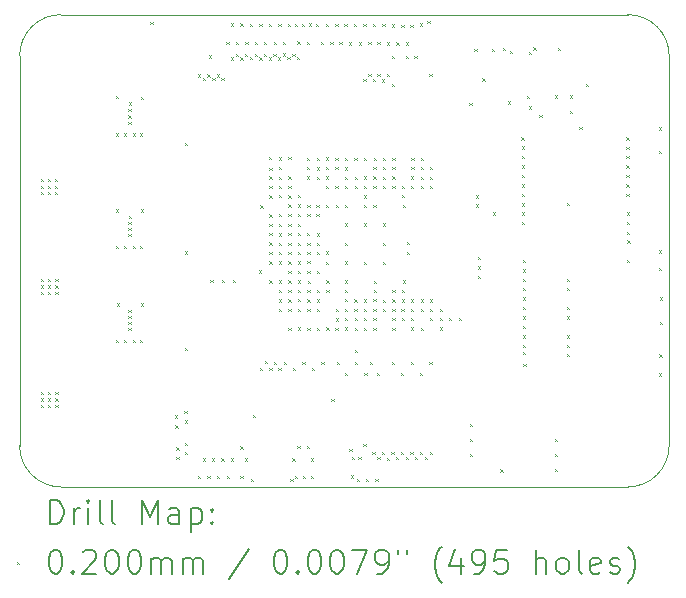
<source format=gbr>
%TF.GenerationSoftware,KiCad,Pcbnew,8.0.1*%
%TF.CreationDate,2024-12-17T09:37:03-05:00*%
%TF.ProjectId,cm,636d2e6b-6963-4616-945f-706362585858,rev?*%
%TF.SameCoordinates,Original*%
%TF.FileFunction,Drillmap*%
%TF.FilePolarity,Positive*%
%FSLAX45Y45*%
G04 Gerber Fmt 4.5, Leading zero omitted, Abs format (unit mm)*
G04 Created by KiCad (PCBNEW 8.0.1) date 2024-12-17 09:37:03*
%MOMM*%
%LPD*%
G01*
G04 APERTURE LIST*
%ADD10C,0.050000*%
%ADD11C,0.200000*%
%ADD12C,0.100000*%
G04 APERTURE END LIST*
D10*
X9337013Y-9928013D02*
G75*
G02*
X8986997Y-9578000I-3J350013D01*
G01*
X14487000Y-6279000D02*
X14487000Y-9578000D01*
X14137000Y-9928013D02*
X9337013Y-9928013D01*
X8987000Y-9578000D02*
X8987000Y-6279000D01*
X14486995Y-9578000D02*
G75*
G02*
X14136994Y-9928006I-350006J0D01*
G01*
X14137000Y-5929000D02*
G75*
G02*
X14487020Y-6279018I0J-350020D01*
G01*
X9337040Y-5929000D02*
X14137040Y-5929000D01*
X8986987Y-6279013D02*
G75*
G02*
X9337000Y-5928997I350013J3D01*
G01*
D11*
D12*
X9164480Y-7320440D02*
X9184480Y-7340440D01*
X9184480Y-7320440D02*
X9164480Y-7340440D01*
X9164480Y-7376320D02*
X9184480Y-7396320D01*
X9184480Y-7376320D02*
X9164480Y-7396320D01*
X9164480Y-7432200D02*
X9184480Y-7452200D01*
X9184480Y-7432200D02*
X9164480Y-7452200D01*
X9167020Y-8166260D02*
X9187020Y-8186260D01*
X9187020Y-8166260D02*
X9167020Y-8186260D01*
X9167020Y-8222140D02*
X9187020Y-8242140D01*
X9187020Y-8222140D02*
X9167020Y-8242140D01*
X9167020Y-8278020D02*
X9187020Y-8298020D01*
X9187020Y-8278020D02*
X9167020Y-8298020D01*
X9167020Y-9121300D02*
X9187020Y-9141300D01*
X9187020Y-9121300D02*
X9167020Y-9141300D01*
X9167020Y-9177180D02*
X9187020Y-9197180D01*
X9187020Y-9177180D02*
X9167020Y-9197180D01*
X9167020Y-9233060D02*
X9187020Y-9253060D01*
X9187020Y-9233060D02*
X9167020Y-9253060D01*
X9225440Y-7320440D02*
X9245440Y-7340440D01*
X9245440Y-7320440D02*
X9225440Y-7340440D01*
X9225440Y-7376320D02*
X9245440Y-7396320D01*
X9245440Y-7376320D02*
X9225440Y-7396320D01*
X9225440Y-7432200D02*
X9245440Y-7452200D01*
X9245440Y-7432200D02*
X9225440Y-7452200D01*
X9227980Y-8166260D02*
X9247980Y-8186260D01*
X9247980Y-8166260D02*
X9227980Y-8186260D01*
X9227980Y-8222140D02*
X9247980Y-8242140D01*
X9247980Y-8222140D02*
X9227980Y-8242140D01*
X9227980Y-8278020D02*
X9247980Y-8298020D01*
X9247980Y-8278020D02*
X9227980Y-8298020D01*
X9227980Y-9121300D02*
X9247980Y-9141300D01*
X9247980Y-9121300D02*
X9227980Y-9141300D01*
X9227980Y-9177180D02*
X9247980Y-9197180D01*
X9247980Y-9177180D02*
X9227980Y-9197180D01*
X9227980Y-9233060D02*
X9247980Y-9253060D01*
X9247980Y-9233060D02*
X9227980Y-9253060D01*
X9286400Y-7320440D02*
X9306400Y-7340440D01*
X9306400Y-7320440D02*
X9286400Y-7340440D01*
X9286400Y-7376320D02*
X9306400Y-7396320D01*
X9306400Y-7376320D02*
X9286400Y-7396320D01*
X9286400Y-7432200D02*
X9306400Y-7452200D01*
X9306400Y-7432200D02*
X9286400Y-7452200D01*
X9288940Y-8166260D02*
X9308940Y-8186260D01*
X9308940Y-8166260D02*
X9288940Y-8186260D01*
X9288940Y-8222140D02*
X9308940Y-8242140D01*
X9308940Y-8222140D02*
X9288940Y-8242140D01*
X9288940Y-8278020D02*
X9308940Y-8298020D01*
X9308940Y-8278020D02*
X9288940Y-8298020D01*
X9288940Y-9121300D02*
X9308940Y-9141300D01*
X9308940Y-9121300D02*
X9288940Y-9141300D01*
X9288940Y-9177180D02*
X9308940Y-9197180D01*
X9308940Y-9177180D02*
X9288940Y-9197180D01*
X9288940Y-9233060D02*
X9308940Y-9253060D01*
X9308940Y-9233060D02*
X9288940Y-9253060D01*
X9799480Y-6619400D02*
X9819480Y-6639400D01*
X9819480Y-6619400D02*
X9799480Y-6639400D01*
X9802020Y-6934360D02*
X9822020Y-6954360D01*
X9822020Y-6934360D02*
X9802020Y-6954360D01*
X9802020Y-7576980D02*
X9822020Y-7596980D01*
X9822020Y-7576980D02*
X9802020Y-7596980D01*
X9802526Y-7889400D02*
X9822526Y-7909400D01*
X9822526Y-7889400D02*
X9802526Y-7909400D01*
X9802526Y-8683985D02*
X9822526Y-8703985D01*
X9822526Y-8683985D02*
X9802526Y-8703985D01*
X9809640Y-8374540D02*
X9829640Y-8394540D01*
X9829640Y-8374540D02*
X9809640Y-8394540D01*
X9869020Y-6933360D02*
X9889020Y-6953360D01*
X9889020Y-6933360D02*
X9869020Y-6953360D01*
X9869526Y-7888400D02*
X9889526Y-7908400D01*
X9889526Y-7888400D02*
X9869526Y-7908400D01*
X9869526Y-8682985D02*
X9889526Y-8702985D01*
X9889526Y-8682985D02*
X9869526Y-8702985D01*
X9906160Y-6835300D02*
X9926160Y-6855300D01*
X9926160Y-6835300D02*
X9906160Y-6855300D01*
X9906160Y-7787800D02*
X9926160Y-7807800D01*
X9926160Y-7787800D02*
X9906160Y-7807800D01*
X9908194Y-6728620D02*
X9928194Y-6748620D01*
X9928194Y-6728620D02*
X9908194Y-6748620D01*
X9908194Y-6781960D02*
X9928194Y-6801960D01*
X9928194Y-6781960D02*
X9908194Y-6801960D01*
X9908700Y-7683660D02*
X9928700Y-7703660D01*
X9928700Y-7683660D02*
X9908700Y-7703660D01*
X9908700Y-7737000D02*
X9928700Y-7757000D01*
X9928700Y-7737000D02*
X9908700Y-7757000D01*
X9908700Y-8430420D02*
X9928700Y-8450420D01*
X9928700Y-8430420D02*
X9908700Y-8450420D01*
X9908700Y-8481220D02*
X9928700Y-8501220D01*
X9928700Y-8481220D02*
X9908700Y-8501220D01*
X9908700Y-8532020D02*
X9928700Y-8552020D01*
X9928700Y-8532020D02*
X9908700Y-8552020D01*
X9908700Y-8582820D02*
X9928700Y-8602820D01*
X9928700Y-8582820D02*
X9908700Y-8602820D01*
X9910734Y-6672740D02*
X9930734Y-6692740D01*
X9930734Y-6672740D02*
X9910734Y-6692740D01*
X9911240Y-7630320D02*
X9931240Y-7650320D01*
X9931240Y-7630320D02*
X9911240Y-7650320D01*
X9944020Y-6934360D02*
X9964020Y-6954360D01*
X9964020Y-6934360D02*
X9944020Y-6954360D01*
X9944526Y-7889400D02*
X9964526Y-7909400D01*
X9964526Y-7889400D02*
X9944526Y-7909400D01*
X9944526Y-8683985D02*
X9964526Y-8703985D01*
X9964526Y-8683985D02*
X9944526Y-8703985D01*
X10006020Y-6934360D02*
X10026020Y-6954360D01*
X10026020Y-6934360D02*
X10006020Y-6954360D01*
X10006526Y-7889400D02*
X10026526Y-7909400D01*
X10026526Y-7889400D02*
X10006526Y-7909400D01*
X10006526Y-8683985D02*
X10026526Y-8703985D01*
X10026526Y-8683985D02*
X10006526Y-8703985D01*
X10012840Y-6624480D02*
X10032840Y-6644480D01*
X10032840Y-6624480D02*
X10012840Y-6644480D01*
X10012840Y-7576980D02*
X10032840Y-7596980D01*
X10032840Y-7576980D02*
X10012840Y-7596980D01*
X10012840Y-8374540D02*
X10032840Y-8394540D01*
X10032840Y-8374540D02*
X10012840Y-8394540D01*
X10092720Y-5989480D02*
X10112720Y-6009480D01*
X10112720Y-5989480D02*
X10092720Y-6009480D01*
X10302400Y-9321960D02*
X10322400Y-9341960D01*
X10322400Y-9321960D02*
X10302400Y-9341960D01*
X10304940Y-9405780D02*
X10324940Y-9425780D01*
X10324940Y-9405780D02*
X10304940Y-9425780D01*
X10312560Y-9593460D02*
X10332560Y-9613460D01*
X10332560Y-9593460D02*
X10312560Y-9613460D01*
X10312560Y-9675020D02*
X10332560Y-9695020D01*
X10332560Y-9675020D02*
X10312560Y-9695020D01*
X10381140Y-9283860D02*
X10401140Y-9303860D01*
X10401140Y-9283860D02*
X10381140Y-9303860D01*
X10383680Y-9365140D02*
X10403680Y-9385140D01*
X10403680Y-9365140D02*
X10383680Y-9385140D01*
X10383680Y-9555640D02*
X10403680Y-9575640D01*
X10403680Y-9555640D02*
X10383680Y-9575640D01*
X10383680Y-9631280D02*
X10403680Y-9651280D01*
X10403680Y-9631280D02*
X10383680Y-9651280D01*
X10386220Y-7013100D02*
X10406220Y-7033100D01*
X10406220Y-7013100D02*
X10386220Y-7033100D01*
X10387160Y-7932580D02*
X10407160Y-7952580D01*
X10407160Y-7932580D02*
X10387160Y-7952580D01*
X10387160Y-8747920D02*
X10407160Y-8767920D01*
X10407160Y-8747920D02*
X10387160Y-8767920D01*
X10495000Y-9835000D02*
X10515000Y-9855000D01*
X10515000Y-9835000D02*
X10495000Y-9855000D01*
X10497980Y-6433980D02*
X10517980Y-6453980D01*
X10517980Y-6433980D02*
X10497980Y-6453980D01*
X10536743Y-9686743D02*
X10556743Y-9706743D01*
X10556743Y-9686743D02*
X10536743Y-9706743D01*
X10538620Y-6461920D02*
X10558620Y-6481920D01*
X10558620Y-6461920D02*
X10538620Y-6481920D01*
X10575000Y-9835000D02*
X10595000Y-9855000D01*
X10595000Y-9835000D02*
X10575000Y-9855000D01*
X10577086Y-6433712D02*
X10597086Y-6453712D01*
X10597086Y-6433712D02*
X10577086Y-6453712D01*
X10587180Y-6275000D02*
X10607180Y-6295000D01*
X10607180Y-6275000D02*
X10587180Y-6295000D01*
X10602120Y-8176420D02*
X10622120Y-8196420D01*
X10622120Y-8176420D02*
X10602120Y-8196420D01*
X10615000Y-9685000D02*
X10635000Y-9705000D01*
X10635000Y-9685000D02*
X10615000Y-9705000D01*
X10617360Y-6464460D02*
X10637360Y-6484460D01*
X10637360Y-6464460D02*
X10617360Y-6484460D01*
X10655000Y-9835000D02*
X10675000Y-9855000D01*
X10675000Y-9835000D02*
X10655000Y-9855000D01*
X10658000Y-6433980D02*
X10678000Y-6453980D01*
X10678000Y-6433980D02*
X10658000Y-6453980D01*
X10695000Y-9685000D02*
X10715000Y-9705000D01*
X10715000Y-9685000D02*
X10695000Y-9705000D01*
X10696100Y-6467000D02*
X10716100Y-6487000D01*
X10716100Y-6467000D02*
X10696100Y-6487000D01*
X10698640Y-8176420D02*
X10718640Y-8196420D01*
X10718640Y-8176420D02*
X10698640Y-8196420D01*
X10737000Y-6157380D02*
X10757000Y-6177380D01*
X10757000Y-6157380D02*
X10737000Y-6177380D01*
X10740000Y-9835000D02*
X10760000Y-9855000D01*
X10760000Y-9835000D02*
X10740000Y-9855000D01*
X10775000Y-9685000D02*
X10795000Y-9705000D01*
X10795000Y-9685000D02*
X10775000Y-9705000D01*
X10777000Y-6290000D02*
X10797000Y-6310000D01*
X10797000Y-6290000D02*
X10777000Y-6310000D01*
X10777380Y-6002180D02*
X10797380Y-6022180D01*
X10797380Y-6002180D02*
X10777380Y-6022180D01*
X10792620Y-8176420D02*
X10812620Y-8196420D01*
X10812620Y-8176420D02*
X10792620Y-8196420D01*
X10817000Y-6158640D02*
X10837000Y-6178640D01*
X10837000Y-6158640D02*
X10817000Y-6178640D01*
X10817437Y-6261260D02*
X10837437Y-6281260D01*
X10837437Y-6261260D02*
X10817437Y-6281260D01*
X10855000Y-9835000D02*
X10875000Y-9855000D01*
X10875000Y-9835000D02*
X10855000Y-9855000D01*
X10856120Y-6002180D02*
X10876120Y-6022180D01*
X10876120Y-6002180D02*
X10856120Y-6022180D01*
X10856120Y-9585000D02*
X10876120Y-9605000D01*
X10876120Y-9585000D02*
X10856120Y-9605000D01*
X10857071Y-6290259D02*
X10877071Y-6310259D01*
X10877071Y-6290259D02*
X10857071Y-6310259D01*
X10895000Y-9685000D02*
X10915000Y-9705000D01*
X10915000Y-9685000D02*
X10895000Y-9705000D01*
X10896394Y-6260992D02*
X10916394Y-6280992D01*
X10916394Y-6260992D02*
X10896394Y-6280992D01*
X10897000Y-6159420D02*
X10917000Y-6179420D01*
X10917000Y-6159420D02*
X10897000Y-6179420D01*
X10934860Y-6289200D02*
X10954860Y-6309200D01*
X10954860Y-6289200D02*
X10934860Y-6309200D01*
X10937400Y-6004720D02*
X10957400Y-6024720D01*
X10957400Y-6004720D02*
X10937400Y-6024720D01*
X10945000Y-9862413D02*
X10965000Y-9882413D01*
X10965000Y-9862413D02*
X10945000Y-9882413D01*
X10960260Y-9316880D02*
X10980260Y-9336880D01*
X10980260Y-9316880D02*
X10960260Y-9336880D01*
X10978040Y-6159660D02*
X10998040Y-6179660D01*
X10998040Y-6159660D02*
X10978040Y-6179660D01*
X10978040Y-6261260D02*
X10998040Y-6281260D01*
X10998040Y-6261260D02*
X10978040Y-6281260D01*
X11011060Y-8095140D02*
X11031060Y-8115140D01*
X11031060Y-8095140D02*
X11011060Y-8115140D01*
X11015848Y-6290343D02*
X11035848Y-6310343D01*
X11035848Y-6290343D02*
X11015848Y-6310343D01*
X11016140Y-6004720D02*
X11036140Y-6024720D01*
X11036140Y-6004720D02*
X11016140Y-6024720D01*
X11021220Y-8918100D02*
X11041220Y-8938100D01*
X11041220Y-8918100D02*
X11021220Y-8938100D01*
X11023760Y-7543960D02*
X11043760Y-7563960D01*
X11043760Y-7543960D02*
X11023760Y-7563960D01*
X11056780Y-6159660D02*
X11076780Y-6179660D01*
X11076780Y-6159660D02*
X11056780Y-6179660D01*
X11056780Y-6261260D02*
X11076780Y-6281260D01*
X11076780Y-6261260D02*
X11056780Y-6281260D01*
X11061860Y-8862220D02*
X11081860Y-8882220D01*
X11081860Y-8862220D02*
X11061860Y-8882220D01*
X11094880Y-6291740D02*
X11114880Y-6311740D01*
X11114880Y-6291740D02*
X11094880Y-6311740D01*
X11097420Y-6004720D02*
X11117420Y-6024720D01*
X11117420Y-6004720D02*
X11097420Y-6024720D01*
X11097420Y-7135020D02*
X11117420Y-7155020D01*
X11117420Y-7135020D02*
X11097420Y-7155020D01*
X11099960Y-7223920D02*
X11119960Y-7243920D01*
X11119960Y-7223920D02*
X11099960Y-7243920D01*
X11099960Y-7297580D02*
X11119960Y-7317580D01*
X11119960Y-7297580D02*
X11099960Y-7317580D01*
X11099960Y-7381400D02*
X11119960Y-7401400D01*
X11119960Y-7381400D02*
X11099960Y-7401400D01*
X11099960Y-7460140D02*
X11119960Y-7480140D01*
X11119960Y-7460140D02*
X11099960Y-7480140D01*
X11099960Y-7698900D02*
X11119960Y-7718900D01*
X11119960Y-7698900D02*
X11099960Y-7718900D01*
X11099960Y-7777640D02*
X11119960Y-7797640D01*
X11119960Y-7777640D02*
X11099960Y-7797640D01*
X11099960Y-7856380D02*
X11119960Y-7876380D01*
X11119960Y-7856380D02*
X11099960Y-7876380D01*
X11099960Y-7937660D02*
X11119960Y-7957660D01*
X11119960Y-7937660D02*
X11099960Y-7957660D01*
X11099960Y-8018940D02*
X11119960Y-8038940D01*
X11119960Y-8018940D02*
X11099960Y-8038940D01*
X11099960Y-8178960D02*
X11119960Y-8198960D01*
X11119960Y-8178960D02*
X11099960Y-8198960D01*
X11099960Y-8918100D02*
X11119960Y-8938100D01*
X11119960Y-8918100D02*
X11099960Y-8938100D01*
X11101957Y-7618957D02*
X11121957Y-7638957D01*
X11121957Y-7618957D02*
X11101957Y-7638957D01*
X11135520Y-6261260D02*
X11155520Y-6281260D01*
X11155520Y-6261260D02*
X11135520Y-6281260D01*
X11138060Y-6159660D02*
X11158060Y-6179660D01*
X11158060Y-6159660D02*
X11138060Y-6179660D01*
X11140600Y-8867300D02*
X11160600Y-8887300D01*
X11160600Y-8867300D02*
X11140600Y-8887300D01*
X11174060Y-6291300D02*
X11194060Y-6311300D01*
X11194060Y-6291300D02*
X11174060Y-6311300D01*
X11176160Y-6004720D02*
X11196160Y-6024720D01*
X11196160Y-6004720D02*
X11176160Y-6024720D01*
X11178700Y-8920640D02*
X11198700Y-8940640D01*
X11198700Y-8920640D02*
X11178700Y-8940640D01*
X11181240Y-7137560D02*
X11201240Y-7157560D01*
X11201240Y-7137560D02*
X11181240Y-7157560D01*
X11181240Y-7218840D02*
X11201240Y-7238840D01*
X11201240Y-7218840D02*
X11181240Y-7238840D01*
X11181240Y-7300120D02*
X11201240Y-7320120D01*
X11201240Y-7300120D02*
X11181240Y-7320120D01*
X11181240Y-7378860D02*
X11201240Y-7398860D01*
X11201240Y-7378860D02*
X11181240Y-7398860D01*
X11181240Y-7457600D02*
X11201240Y-7477600D01*
X11201240Y-7457600D02*
X11181240Y-7477600D01*
X11181240Y-7617620D02*
X11201240Y-7637620D01*
X11201240Y-7617620D02*
X11181240Y-7637620D01*
X11181240Y-7698900D02*
X11201240Y-7718900D01*
X11201240Y-7698900D02*
X11181240Y-7718900D01*
X11181240Y-7780180D02*
X11201240Y-7800180D01*
X11201240Y-7780180D02*
X11181240Y-7800180D01*
X11181240Y-7861460D02*
X11201240Y-7881460D01*
X11201240Y-7861460D02*
X11181240Y-7881460D01*
X11181240Y-7940200D02*
X11201240Y-7960200D01*
X11201240Y-7940200D02*
X11181240Y-7960200D01*
X11181240Y-8018940D02*
X11201240Y-8038940D01*
X11201240Y-8018940D02*
X11181240Y-8038940D01*
X11181240Y-8178960D02*
X11201240Y-8198960D01*
X11201240Y-8178960D02*
X11181240Y-8198960D01*
X11181240Y-8338980D02*
X11201240Y-8358980D01*
X11201240Y-8338980D02*
X11181240Y-8358980D01*
X11181240Y-8420260D02*
X11201240Y-8440260D01*
X11201240Y-8420260D02*
X11181240Y-8440260D01*
X11183780Y-8257700D02*
X11203780Y-8277700D01*
X11203780Y-8257700D02*
X11183780Y-8277700D01*
X11215211Y-6257661D02*
X11235211Y-6277661D01*
X11235211Y-6257661D02*
X11215211Y-6277661D01*
X11216800Y-6159660D02*
X11236800Y-6179660D01*
X11236800Y-6159660D02*
X11216800Y-6179660D01*
X11221880Y-8867300D02*
X11241880Y-8887300D01*
X11241880Y-8867300D02*
X11221880Y-8887300D01*
X11254900Y-6284120D02*
X11274900Y-6304120D01*
X11274900Y-6284120D02*
X11254900Y-6304120D01*
X11257440Y-6004720D02*
X11277440Y-6024720D01*
X11277440Y-6004720D02*
X11257440Y-6024720D01*
X11262520Y-7297580D02*
X11282520Y-7317580D01*
X11282520Y-7297580D02*
X11262520Y-7317580D01*
X11262520Y-7378860D02*
X11282520Y-7398860D01*
X11282520Y-7378860D02*
X11262520Y-7398860D01*
X11262520Y-7460140D02*
X11282520Y-7480140D01*
X11282520Y-7460140D02*
X11262520Y-7480140D01*
X11262520Y-7536340D02*
X11282520Y-7556340D01*
X11282520Y-7536340D02*
X11262520Y-7556340D01*
X11262520Y-7617620D02*
X11282520Y-7637620D01*
X11282520Y-7617620D02*
X11262520Y-7637620D01*
X11262520Y-7698900D02*
X11282520Y-7718900D01*
X11282520Y-7698900D02*
X11262520Y-7718900D01*
X11262520Y-7777640D02*
X11282520Y-7797640D01*
X11282520Y-7777640D02*
X11262520Y-7797640D01*
X11262520Y-7858920D02*
X11282520Y-7878920D01*
X11282520Y-7858920D02*
X11262520Y-7878920D01*
X11262520Y-7937660D02*
X11282520Y-7957660D01*
X11282520Y-7937660D02*
X11262520Y-7957660D01*
X11262520Y-8018940D02*
X11282520Y-8038940D01*
X11282520Y-8018940D02*
X11262520Y-8038940D01*
X11262520Y-8097680D02*
X11282520Y-8117680D01*
X11282520Y-8097680D02*
X11262520Y-8117680D01*
X11262520Y-8178960D02*
X11282520Y-8198960D01*
X11282520Y-8178960D02*
X11262520Y-8198960D01*
X11262520Y-8257700D02*
X11282520Y-8277700D01*
X11282520Y-8257700D02*
X11262520Y-8277700D01*
X11262520Y-8338980D02*
X11282520Y-8358980D01*
X11282520Y-8338980D02*
X11262520Y-8358980D01*
X11262520Y-8417720D02*
X11282520Y-8437720D01*
X11282520Y-8417720D02*
X11262520Y-8437720D01*
X11262520Y-8580280D02*
X11282520Y-8600280D01*
X11282520Y-8580280D02*
X11262520Y-8600280D01*
X11262800Y-7135000D02*
X11282800Y-7155000D01*
X11282800Y-7135000D02*
X11262800Y-7155000D01*
X11279550Y-9860281D02*
X11299550Y-9880281D01*
X11299550Y-9860281D02*
X11279550Y-9880281D01*
X11295000Y-9685000D02*
X11315000Y-9705000D01*
X11315000Y-9685000D02*
X11295000Y-9705000D01*
X11295540Y-6258720D02*
X11315540Y-6278720D01*
X11315540Y-6258720D02*
X11295540Y-6278720D01*
X11300620Y-8920640D02*
X11320620Y-8940640D01*
X11320620Y-8920640D02*
X11300620Y-8940640D01*
X11315000Y-6005000D02*
X11335000Y-6025000D01*
X11335000Y-6005000D02*
X11315000Y-6025000D01*
X11320000Y-9835000D02*
X11340000Y-9855000D01*
X11340000Y-9835000D02*
X11320000Y-9855000D01*
X11336180Y-6286660D02*
X11356180Y-6306660D01*
X11356180Y-6286660D02*
X11336180Y-6306660D01*
X11338720Y-6156130D02*
X11358720Y-6176130D01*
X11358720Y-6156130D02*
X11338720Y-6176130D01*
X11340000Y-9580000D02*
X11360000Y-9600000D01*
X11360000Y-9580000D02*
X11340000Y-9600000D01*
X11341260Y-7457600D02*
X11361260Y-7477600D01*
X11361260Y-7457600D02*
X11341260Y-7477600D01*
X11341260Y-7536340D02*
X11361260Y-7556340D01*
X11361260Y-7536340D02*
X11341260Y-7556340D01*
X11341260Y-7617620D02*
X11361260Y-7637620D01*
X11361260Y-7617620D02*
X11341260Y-7637620D01*
X11341260Y-7698900D02*
X11361260Y-7718900D01*
X11361260Y-7698900D02*
X11341260Y-7718900D01*
X11341260Y-7777640D02*
X11361260Y-7797640D01*
X11361260Y-7777640D02*
X11341260Y-7797640D01*
X11341260Y-7858920D02*
X11361260Y-7878920D01*
X11361260Y-7858920D02*
X11341260Y-7878920D01*
X11341260Y-8257700D02*
X11361260Y-8277700D01*
X11361260Y-8257700D02*
X11341260Y-8277700D01*
X11341260Y-8336440D02*
X11361260Y-8356440D01*
X11361260Y-8336440D02*
X11341260Y-8356440D01*
X11341260Y-8420260D02*
X11361260Y-8440260D01*
X11361260Y-8420260D02*
X11341260Y-8440260D01*
X11341260Y-8577740D02*
X11361260Y-8597740D01*
X11361260Y-8577740D02*
X11341260Y-8597740D01*
X11343800Y-7937660D02*
X11363800Y-7957660D01*
X11363800Y-7937660D02*
X11343800Y-7957660D01*
X11343800Y-8018940D02*
X11363800Y-8038940D01*
X11363800Y-8018940D02*
X11343800Y-8038940D01*
X11343800Y-8097680D02*
X11363800Y-8117680D01*
X11363800Y-8097680D02*
X11343800Y-8117680D01*
X11343800Y-8178960D02*
X11363800Y-8198960D01*
X11363800Y-8178960D02*
X11343800Y-8198960D01*
X11375000Y-6005000D02*
X11395000Y-6025000D01*
X11395000Y-6005000D02*
X11375000Y-6025000D01*
X11381900Y-8867300D02*
X11401900Y-8887300D01*
X11401900Y-8867300D02*
X11381900Y-8887300D01*
X11385000Y-9835000D02*
X11405000Y-9855000D01*
X11405000Y-9835000D02*
X11385000Y-9855000D01*
X11417460Y-6157120D02*
X11437460Y-6177120D01*
X11437460Y-6157120D02*
X11417460Y-6177120D01*
X11420000Y-7140000D02*
X11440000Y-7160000D01*
X11440000Y-7140000D02*
X11420000Y-7160000D01*
X11420000Y-7220000D02*
X11440000Y-7240000D01*
X11440000Y-7220000D02*
X11420000Y-7240000D01*
X11420000Y-7297580D02*
X11440000Y-7317580D01*
X11440000Y-7297580D02*
X11420000Y-7317580D01*
X11420000Y-7777640D02*
X11440000Y-7797640D01*
X11440000Y-7777640D02*
X11420000Y-7797640D01*
X11420000Y-9580000D02*
X11440000Y-9600000D01*
X11440000Y-9580000D02*
X11420000Y-9600000D01*
X11422540Y-7538880D02*
X11442540Y-7558880D01*
X11442540Y-7538880D02*
X11422540Y-7558880D01*
X11422540Y-7617620D02*
X11442540Y-7637620D01*
X11442540Y-7617620D02*
X11422540Y-7637620D01*
X11422540Y-7858920D02*
X11442540Y-7878920D01*
X11442540Y-7858920D02*
X11422540Y-7878920D01*
X11422540Y-7937660D02*
X11442540Y-7957660D01*
X11442540Y-7937660D02*
X11422540Y-7957660D01*
X11422540Y-8016400D02*
X11442540Y-8036400D01*
X11442540Y-8016400D02*
X11422540Y-8036400D01*
X11422540Y-8097680D02*
X11442540Y-8117680D01*
X11442540Y-8097680D02*
X11422540Y-8117680D01*
X11422540Y-8257700D02*
X11442540Y-8277700D01*
X11442540Y-8257700D02*
X11422540Y-8277700D01*
X11422540Y-8338980D02*
X11442540Y-8358980D01*
X11442540Y-8338980D02*
X11422540Y-8358980D01*
X11422540Y-8417720D02*
X11442540Y-8437720D01*
X11442540Y-8417720D02*
X11422540Y-8437720D01*
X11422540Y-8580280D02*
X11442540Y-8600280D01*
X11442540Y-8580280D02*
X11422540Y-8600280D01*
X11425080Y-8182080D02*
X11445080Y-8202080D01*
X11445080Y-8182080D02*
X11425080Y-8202080D01*
X11433970Y-6003450D02*
X11453970Y-6023450D01*
X11453970Y-6003450D02*
X11433970Y-6023450D01*
X11455000Y-9685000D02*
X11475000Y-9705000D01*
X11475000Y-9685000D02*
X11455000Y-9705000D01*
X11455000Y-9835000D02*
X11475000Y-9855000D01*
X11475000Y-9835000D02*
X11455000Y-9855000D01*
X11460640Y-8920640D02*
X11480640Y-8940640D01*
X11480640Y-8920640D02*
X11460640Y-8940640D01*
X11497000Y-6004720D02*
X11517000Y-6024720D01*
X11517000Y-6004720D02*
X11497000Y-6024720D01*
X11498740Y-7617620D02*
X11518740Y-7637620D01*
X11518740Y-7617620D02*
X11498740Y-7637620D01*
X11500000Y-7540000D02*
X11520000Y-7560000D01*
X11520000Y-7540000D02*
X11500000Y-7560000D01*
X11501280Y-7140100D02*
X11521280Y-7160100D01*
X11521280Y-7140100D02*
X11501280Y-7160100D01*
X11501280Y-7221380D02*
X11521280Y-7241380D01*
X11521280Y-7221380D02*
X11501280Y-7241380D01*
X11501280Y-8338980D02*
X11521280Y-8358980D01*
X11521280Y-8338980D02*
X11501280Y-8358980D01*
X11501280Y-8417720D02*
X11521280Y-8437720D01*
X11521280Y-8417720D02*
X11501280Y-8437720D01*
X11501280Y-8580280D02*
X11521280Y-8600280D01*
X11521280Y-8580280D02*
X11501280Y-8600280D01*
X11503820Y-7300120D02*
X11523820Y-7320120D01*
X11523820Y-7300120D02*
X11503820Y-7320120D01*
X11503820Y-7780180D02*
X11523820Y-7800180D01*
X11523820Y-7780180D02*
X11503820Y-7800180D01*
X11503820Y-7858920D02*
X11523820Y-7878920D01*
X11523820Y-7858920D02*
X11503820Y-7878920D01*
X11503820Y-7940200D02*
X11523820Y-7960200D01*
X11523820Y-7940200D02*
X11503820Y-7960200D01*
X11503820Y-8257700D02*
X11523820Y-8277700D01*
X11523820Y-8257700D02*
X11503820Y-8277700D01*
X11505000Y-8100000D02*
X11525000Y-8120000D01*
X11525000Y-8100000D02*
X11505000Y-8120000D01*
X11536663Y-6157836D02*
X11556663Y-6177836D01*
X11556663Y-6157836D02*
X11536663Y-6177836D01*
X11541920Y-8867300D02*
X11561920Y-8887300D01*
X11561920Y-8867300D02*
X11541920Y-8887300D01*
X11577480Y-6004720D02*
X11597480Y-6024720D01*
X11597480Y-6004720D02*
X11577480Y-6024720D01*
X11580000Y-7220000D02*
X11600000Y-7240000D01*
X11600000Y-7220000D02*
X11580000Y-7240000D01*
X11580000Y-7300000D02*
X11600000Y-7320000D01*
X11600000Y-7300000D02*
X11580000Y-7320000D01*
X11580000Y-7380000D02*
X11600000Y-7400000D01*
X11600000Y-7380000D02*
X11580000Y-7400000D01*
X11580000Y-7935000D02*
X11600000Y-7955000D01*
X11600000Y-7935000D02*
X11580000Y-7955000D01*
X11580000Y-8020000D02*
X11600000Y-8040000D01*
X11600000Y-8020000D02*
X11580000Y-8040000D01*
X11580020Y-7137560D02*
X11600020Y-7157560D01*
X11600020Y-7137560D02*
X11580020Y-7157560D01*
X11580020Y-7538880D02*
X11600020Y-7558880D01*
X11600020Y-7538880D02*
X11580020Y-7558880D01*
X11582560Y-8178960D02*
X11602560Y-8198960D01*
X11602560Y-8178960D02*
X11582560Y-8198960D01*
X11582560Y-8260240D02*
X11602560Y-8280240D01*
X11602560Y-8260240D02*
X11582560Y-8280240D01*
X11582560Y-8577740D02*
X11602560Y-8597740D01*
X11602560Y-8577740D02*
X11582560Y-8597740D01*
X11618120Y-6157120D02*
X11638120Y-6177120D01*
X11638120Y-6157120D02*
X11618120Y-6177120D01*
X11625740Y-9182260D02*
X11645740Y-9202260D01*
X11645740Y-9182260D02*
X11625740Y-9202260D01*
X11658760Y-6004720D02*
X11678760Y-6024720D01*
X11678760Y-6004720D02*
X11658760Y-6024720D01*
X11660000Y-7220000D02*
X11680000Y-7240000D01*
X11680000Y-7220000D02*
X11660000Y-7240000D01*
X11661300Y-7140000D02*
X11681300Y-7160000D01*
X11681300Y-7140000D02*
X11661300Y-7160000D01*
X11661300Y-7379700D02*
X11681300Y-7399700D01*
X11681300Y-7379700D02*
X11661300Y-7399700D01*
X11661300Y-8580280D02*
X11681300Y-8600280D01*
X11681300Y-8580280D02*
X11661300Y-8600280D01*
X11663840Y-7538880D02*
X11683840Y-7558880D01*
X11683840Y-7538880D02*
X11663840Y-7558880D01*
X11665000Y-8420000D02*
X11685000Y-8440000D01*
X11685000Y-8420000D02*
X11665000Y-8440000D01*
X11665000Y-8500000D02*
X11685000Y-8520000D01*
X11685000Y-8500000D02*
X11665000Y-8520000D01*
X11674000Y-8867300D02*
X11694000Y-8887300D01*
X11694000Y-8867300D02*
X11674000Y-8887300D01*
X11695310Y-6162200D02*
X11715310Y-6182200D01*
X11715310Y-6162200D02*
X11695310Y-6182200D01*
X11737500Y-6004720D02*
X11757500Y-6024720D01*
X11757500Y-6004720D02*
X11737500Y-6024720D01*
X11740040Y-7858920D02*
X11760040Y-7878920D01*
X11760040Y-7858920D02*
X11740040Y-7878920D01*
X11740040Y-8018940D02*
X11760040Y-8038940D01*
X11760040Y-8018940D02*
X11740040Y-8038940D01*
X11740040Y-8499000D02*
X11760040Y-8519000D01*
X11760040Y-8499000D02*
X11740040Y-8519000D01*
X11740040Y-8577740D02*
X11760040Y-8597740D01*
X11760040Y-8577740D02*
X11740040Y-8597740D01*
X11742580Y-7140100D02*
X11762580Y-7160100D01*
X11762580Y-7140100D02*
X11742580Y-7160100D01*
X11742580Y-7221380D02*
X11762580Y-7241380D01*
X11762580Y-7221380D02*
X11742580Y-7241380D01*
X11742580Y-7300120D02*
X11762580Y-7320120D01*
X11762580Y-7300120D02*
X11742580Y-7320120D01*
X11742580Y-7378860D02*
X11762580Y-7398860D01*
X11762580Y-7378860D02*
X11742580Y-7398860D01*
X11742580Y-7538880D02*
X11762580Y-7558880D01*
X11762580Y-7538880D02*
X11742580Y-7558880D01*
X11742580Y-7696360D02*
X11762580Y-7716360D01*
X11762580Y-7696360D02*
X11742580Y-7716360D01*
X11742580Y-8178960D02*
X11762580Y-8198960D01*
X11762580Y-8178960D02*
X11742580Y-8198960D01*
X11742580Y-8257700D02*
X11762580Y-8277700D01*
X11762580Y-8257700D02*
X11742580Y-8277700D01*
X11742580Y-8336440D02*
X11762580Y-8356440D01*
X11762580Y-8336440D02*
X11742580Y-8356440D01*
X11742580Y-8417720D02*
X11762580Y-8437720D01*
X11762580Y-8417720D02*
X11742580Y-8437720D01*
X11742580Y-8960000D02*
X11762580Y-8980000D01*
X11762580Y-8960000D02*
X11742580Y-8980000D01*
X11775600Y-6164740D02*
X11795600Y-6184740D01*
X11795600Y-6164740D02*
X11775600Y-6184740D01*
X11777820Y-9605000D02*
X11797820Y-9625000D01*
X11797820Y-9605000D02*
X11777820Y-9625000D01*
X11790000Y-9830000D02*
X11810000Y-9850000D01*
X11810000Y-9830000D02*
X11790000Y-9850000D01*
X11800000Y-9675000D02*
X11820000Y-9695000D01*
X11820000Y-9675000D02*
X11800000Y-9695000D01*
X11816240Y-6004720D02*
X11836240Y-6024720D01*
X11836240Y-6004720D02*
X11816240Y-6024720D01*
X11821320Y-7140100D02*
X11841320Y-7160100D01*
X11841320Y-7140100D02*
X11821320Y-7160100D01*
X11821320Y-8338980D02*
X11841320Y-8358980D01*
X11841320Y-8338980D02*
X11821320Y-8358980D01*
X11821320Y-8417720D02*
X11841320Y-8437720D01*
X11841320Y-8417720D02*
X11821320Y-8437720D01*
X11823120Y-7300120D02*
X11843120Y-7320120D01*
X11843120Y-7300120D02*
X11823120Y-7320120D01*
X11823860Y-7378860D02*
X11843860Y-7398860D01*
X11843860Y-7378860D02*
X11823860Y-7398860D01*
X11823860Y-8496460D02*
X11843860Y-8516460D01*
X11843860Y-8496460D02*
X11823860Y-8516460D01*
X11823860Y-8580280D02*
X11843860Y-8600280D01*
X11843860Y-8580280D02*
X11823860Y-8600280D01*
X11823860Y-8867300D02*
X11843860Y-8887300D01*
X11843860Y-8867300D02*
X11823860Y-8887300D01*
X11825000Y-8765000D02*
X11845000Y-8785000D01*
X11845000Y-8765000D02*
X11825000Y-8785000D01*
X11840000Y-9862413D02*
X11860000Y-9882413D01*
X11860000Y-9862413D02*
X11840000Y-9882413D01*
X11855000Y-9675000D02*
X11875000Y-9695000D01*
X11875000Y-9675000D02*
X11855000Y-9695000D01*
X11856880Y-6164740D02*
X11876880Y-6184740D01*
X11876880Y-6164740D02*
X11856880Y-6184740D01*
X11896250Y-6472080D02*
X11916250Y-6492080D01*
X11916250Y-6472080D02*
X11896250Y-6492080D01*
X11896743Y-9563257D02*
X11916743Y-9583257D01*
X11916743Y-9563257D02*
X11896743Y-9583257D01*
X11897520Y-6004720D02*
X11917520Y-6024720D01*
X11917520Y-6004720D02*
X11897520Y-6024720D01*
X11902600Y-7142640D02*
X11922600Y-7162640D01*
X11922600Y-7142640D02*
X11902600Y-7162640D01*
X11902600Y-7297580D02*
X11922600Y-7317580D01*
X11922600Y-7297580D02*
X11902600Y-7317580D01*
X11902600Y-7378860D02*
X11922600Y-7398860D01*
X11922600Y-7378860D02*
X11902600Y-7398860D01*
X11902600Y-7460140D02*
X11922600Y-7480140D01*
X11922600Y-7460140D02*
X11902600Y-7480140D01*
X11902600Y-7538880D02*
X11922600Y-7558880D01*
X11922600Y-7538880D02*
X11902600Y-7558880D01*
X11902600Y-7696360D02*
X11922600Y-7716360D01*
X11922600Y-7696360D02*
X11902600Y-7716360D01*
X11902600Y-8021480D02*
X11922600Y-8041480D01*
X11922600Y-8021480D02*
X11902600Y-8041480D01*
X11902600Y-8338980D02*
X11922600Y-8358980D01*
X11922600Y-8338980D02*
X11902600Y-8358980D01*
X11902600Y-8417720D02*
X11922600Y-8437720D01*
X11922600Y-8417720D02*
X11902600Y-8437720D01*
X11902600Y-8499000D02*
X11922600Y-8519000D01*
X11922600Y-8499000D02*
X11902600Y-8519000D01*
X11902600Y-8580280D02*
X11922600Y-8600280D01*
X11922600Y-8580280D02*
X11902600Y-8600280D01*
X11905000Y-8960000D02*
X11925000Y-8980000D01*
X11925000Y-8960000D02*
X11905000Y-8980000D01*
X11920000Y-9862413D02*
X11940000Y-9882413D01*
X11940000Y-9862413D02*
X11920000Y-9882413D01*
X11938160Y-6162200D02*
X11958160Y-6182200D01*
X11958160Y-6162200D02*
X11938160Y-6182200D01*
X11938160Y-6431440D02*
X11958160Y-6451440D01*
X11958160Y-6431440D02*
X11938160Y-6451440D01*
X11955000Y-8870000D02*
X11975000Y-8890000D01*
X11975000Y-8870000D02*
X11955000Y-8890000D01*
X11975000Y-9630000D02*
X11995000Y-9650000D01*
X11995000Y-9630000D02*
X11975000Y-9650000D01*
X11976260Y-6007260D02*
X11996260Y-6027260D01*
X11996260Y-6007260D02*
X11976260Y-6027260D01*
X11976260Y-6474620D02*
X11996260Y-6494620D01*
X11996260Y-6474620D02*
X11976260Y-6494620D01*
X11981340Y-7218840D02*
X12001340Y-7238840D01*
X12001340Y-7218840D02*
X11981340Y-7238840D01*
X11981340Y-7297580D02*
X12001340Y-7317580D01*
X12001340Y-7297580D02*
X11981340Y-7317580D01*
X11981340Y-7378860D02*
X12001340Y-7398860D01*
X12001340Y-7378860D02*
X11981340Y-7398860D01*
X11981340Y-8336440D02*
X12001340Y-8356440D01*
X12001340Y-8336440D02*
X11981340Y-8356440D01*
X11981340Y-8417720D02*
X12001340Y-8437720D01*
X12001340Y-8417720D02*
X11981340Y-8437720D01*
X11981340Y-8496460D02*
X12001340Y-8516460D01*
X12001340Y-8496460D02*
X11981340Y-8516460D01*
X11981340Y-8580280D02*
X12001340Y-8600280D01*
X12001340Y-8580280D02*
X11981340Y-8600280D01*
X11983000Y-7538000D02*
X12003000Y-7558000D01*
X12003000Y-7538000D02*
X11983000Y-7558000D01*
X11983880Y-7140100D02*
X12003880Y-7160100D01*
X12003880Y-7140100D02*
X11983880Y-7160100D01*
X11983880Y-8181500D02*
X12003880Y-8201500D01*
X12003880Y-8181500D02*
X11983880Y-8201500D01*
X11983880Y-8257700D02*
X12003880Y-8277700D01*
X12003880Y-8257700D02*
X11983880Y-8277700D01*
X12000000Y-9862413D02*
X12020000Y-9882413D01*
X12020000Y-9862413D02*
X12000000Y-9882413D01*
X12012180Y-8960000D02*
X12032180Y-8980000D01*
X12032180Y-8960000D02*
X12012180Y-8980000D01*
X12015000Y-9675000D02*
X12035000Y-9695000D01*
X12035000Y-9675000D02*
X12015000Y-9695000D01*
X12016900Y-6162200D02*
X12036900Y-6182200D01*
X12036900Y-6162200D02*
X12016900Y-6182200D01*
X12016900Y-6431440D02*
X12036900Y-6451440D01*
X12036900Y-6431440D02*
X12016900Y-6451440D01*
X12055000Y-6477160D02*
X12075000Y-6497160D01*
X12075000Y-6477160D02*
X12055000Y-6497160D01*
X12055000Y-9630000D02*
X12075000Y-9650000D01*
X12075000Y-9630000D02*
X12055000Y-9650000D01*
X12057540Y-6009800D02*
X12077540Y-6029800D01*
X12077540Y-6009800D02*
X12057540Y-6029800D01*
X12062620Y-7140100D02*
X12082620Y-7160100D01*
X12082620Y-7140100D02*
X12062620Y-7160100D01*
X12062620Y-7218840D02*
X12082620Y-7238840D01*
X12082620Y-7218840D02*
X12062620Y-7238840D01*
X12062620Y-7300120D02*
X12082620Y-7320120D01*
X12082620Y-7300120D02*
X12062620Y-7320120D01*
X12062620Y-7379620D02*
X12082620Y-7399620D01*
X12082620Y-7379620D02*
X12062620Y-7399620D01*
X12062620Y-7696360D02*
X12082620Y-7716360D01*
X12082620Y-7696360D02*
X12062620Y-7716360D01*
X12062620Y-7858920D02*
X12082620Y-7878920D01*
X12082620Y-7858920D02*
X12062620Y-7878920D01*
X12062620Y-8021480D02*
X12082620Y-8041480D01*
X12082620Y-8021480D02*
X12062620Y-8041480D01*
X12062620Y-8341520D02*
X12082620Y-8361520D01*
X12082620Y-8341520D02*
X12062620Y-8361520D01*
X12062620Y-8420260D02*
X12082620Y-8440260D01*
X12082620Y-8420260D02*
X12062620Y-8440260D01*
X12095000Y-9680000D02*
X12115000Y-9700000D01*
X12115000Y-9680000D02*
X12095000Y-9700000D01*
X12095640Y-6431440D02*
X12115640Y-6451440D01*
X12115640Y-6431440D02*
X12095640Y-6451440D01*
X12097000Y-6163380D02*
X12117000Y-6183380D01*
X12117000Y-6163380D02*
X12097000Y-6183380D01*
X12135000Y-9630000D02*
X12155000Y-9650000D01*
X12155000Y-9630000D02*
X12135000Y-9650000D01*
X12136280Y-6512720D02*
X12156280Y-6532720D01*
X12156280Y-6512720D02*
X12136280Y-6532720D01*
X12138820Y-6012340D02*
X12158820Y-6032340D01*
X12158820Y-6012340D02*
X12138820Y-6032340D01*
X12140000Y-8870000D02*
X12160000Y-8890000D01*
X12160000Y-8870000D02*
X12140000Y-8890000D01*
X12140370Y-6280000D02*
X12160370Y-6300000D01*
X12160370Y-6280000D02*
X12140370Y-6300000D01*
X12141360Y-7140100D02*
X12161360Y-7160100D01*
X12161360Y-7140100D02*
X12141360Y-7160100D01*
X12141360Y-7218840D02*
X12161360Y-7238840D01*
X12161360Y-7218840D02*
X12141360Y-7238840D01*
X12141360Y-7297580D02*
X12161360Y-7317580D01*
X12161360Y-7297580D02*
X12141360Y-7317580D01*
X12141360Y-7378860D02*
X12161360Y-7398860D01*
X12161360Y-7378860D02*
X12141360Y-7398860D01*
X12142820Y-8420000D02*
X12162820Y-8440000D01*
X12162820Y-8420000D02*
X12142820Y-8440000D01*
X12143900Y-8260240D02*
X12163900Y-8280240D01*
X12163900Y-8260240D02*
X12143900Y-8280240D01*
X12143900Y-8338980D02*
X12163900Y-8358980D01*
X12163900Y-8338980D02*
X12143900Y-8358980D01*
X12143900Y-8499000D02*
X12163900Y-8519000D01*
X12163900Y-8499000D02*
X12143900Y-8519000D01*
X12143900Y-8580280D02*
X12163900Y-8600280D01*
X12163900Y-8580280D02*
X12143900Y-8600280D01*
X12175000Y-9675000D02*
X12195000Y-9695000D01*
X12195000Y-9675000D02*
X12175000Y-9695000D01*
X12176920Y-6164740D02*
X12196920Y-6184740D01*
X12196920Y-6164740D02*
X12176920Y-6184740D01*
X12215000Y-9630000D02*
X12235000Y-9650000D01*
X12235000Y-9630000D02*
X12215000Y-9650000D01*
X12217000Y-8960000D02*
X12237000Y-8980000D01*
X12237000Y-8960000D02*
X12217000Y-8980000D01*
X12217560Y-6014880D02*
X12237560Y-6034880D01*
X12237560Y-6014880D02*
X12217560Y-6034880D01*
X12220000Y-8420000D02*
X12240000Y-8440000D01*
X12240000Y-8420000D02*
X12220000Y-8440000D01*
X12222640Y-7378860D02*
X12242640Y-7398860D01*
X12242640Y-7378860D02*
X12222640Y-7398860D01*
X12222640Y-7457600D02*
X12242640Y-7477600D01*
X12242640Y-7457600D02*
X12222640Y-7477600D01*
X12222640Y-8260240D02*
X12242640Y-8280240D01*
X12242640Y-8260240D02*
X12222640Y-8280240D01*
X12222640Y-8338980D02*
X12242640Y-8358980D01*
X12242640Y-8338980D02*
X12222640Y-8358980D01*
X12222640Y-8499000D02*
X12242640Y-8519000D01*
X12242640Y-8499000D02*
X12222640Y-8519000D01*
X12230260Y-7538880D02*
X12250260Y-7558880D01*
X12250260Y-7538880D02*
X12230260Y-7558880D01*
X12230260Y-8178960D02*
X12250260Y-8198960D01*
X12250260Y-8178960D02*
X12230260Y-8198960D01*
X12255000Y-9675000D02*
X12275000Y-9695000D01*
X12275000Y-9675000D02*
X12255000Y-9695000D01*
X12255660Y-6164740D02*
X12275660Y-6184740D01*
X12275660Y-6164740D02*
X12255660Y-6184740D01*
X12255660Y-6279040D02*
X12275660Y-6299040D01*
X12275660Y-6279040D02*
X12255660Y-6299040D01*
X12266100Y-7853840D02*
X12286100Y-7873840D01*
X12286100Y-7853840D02*
X12266100Y-7873840D01*
X12266100Y-7935120D02*
X12286100Y-7955120D01*
X12286100Y-7935120D02*
X12266100Y-7955120D01*
X12295000Y-9630000D02*
X12315000Y-9650000D01*
X12315000Y-9630000D02*
X12295000Y-9650000D01*
X12296300Y-6014880D02*
X12316300Y-6034880D01*
X12316300Y-6014880D02*
X12296300Y-6034880D01*
X12300000Y-8870000D02*
X12320000Y-8890000D01*
X12320000Y-8870000D02*
X12300000Y-8890000D01*
X12301380Y-7297580D02*
X12321380Y-7317580D01*
X12321380Y-7297580D02*
X12301380Y-7317580D01*
X12301380Y-7378860D02*
X12321380Y-7398860D01*
X12321380Y-7378860D02*
X12301380Y-7398860D01*
X12301380Y-8338980D02*
X12321380Y-8358980D01*
X12321380Y-8338980D02*
X12301380Y-8358980D01*
X12301380Y-8417720D02*
X12321380Y-8437720D01*
X12321380Y-8417720D02*
X12301380Y-8437720D01*
X12301380Y-8499000D02*
X12321380Y-8519000D01*
X12321380Y-8499000D02*
X12301380Y-8519000D01*
X12301380Y-8577740D02*
X12321380Y-8597740D01*
X12321380Y-8577740D02*
X12301380Y-8597740D01*
X12303920Y-7140100D02*
X12323920Y-7160100D01*
X12323920Y-7140100D02*
X12303920Y-7160100D01*
X12305000Y-7218840D02*
X12325000Y-7238840D01*
X12325000Y-7218840D02*
X12305000Y-7238840D01*
X12330000Y-6280000D02*
X12350000Y-6300000D01*
X12350000Y-6280000D02*
X12330000Y-6300000D01*
X12335000Y-9675000D02*
X12355000Y-9695000D01*
X12355000Y-9675000D02*
X12335000Y-9695000D01*
X12375000Y-9630000D02*
X12395000Y-9650000D01*
X12395000Y-9630000D02*
X12375000Y-9650000D01*
X12377000Y-8960000D02*
X12397000Y-8980000D01*
X12397000Y-8960000D02*
X12377000Y-8980000D01*
X12377580Y-6002180D02*
X12397580Y-6022180D01*
X12397580Y-6002180D02*
X12377580Y-6022180D01*
X12382660Y-7140100D02*
X12402660Y-7160100D01*
X12402660Y-7140100D02*
X12382660Y-7160100D01*
X12382660Y-7218840D02*
X12402660Y-7238840D01*
X12402660Y-7218840D02*
X12382660Y-7238840D01*
X12382660Y-7300120D02*
X12402660Y-7320120D01*
X12402660Y-7300120D02*
X12382660Y-7320120D01*
X12382660Y-7378860D02*
X12402660Y-7398860D01*
X12402660Y-7378860D02*
X12382660Y-7398860D01*
X12382660Y-8338980D02*
X12402660Y-8358980D01*
X12402660Y-8338980D02*
X12382660Y-8358980D01*
X12382660Y-8420260D02*
X12402660Y-8440260D01*
X12402660Y-8420260D02*
X12382660Y-8440260D01*
X12382660Y-8580280D02*
X12402660Y-8600280D01*
X12402660Y-8580280D02*
X12382660Y-8600280D01*
X12420000Y-9675000D02*
X12440000Y-9695000D01*
X12440000Y-9675000D02*
X12420000Y-9695000D01*
X12438540Y-5984400D02*
X12458540Y-6004400D01*
X12458540Y-5984400D02*
X12438540Y-6004400D01*
X12455000Y-8870000D02*
X12475000Y-8890000D01*
X12475000Y-8870000D02*
X12455000Y-8890000D01*
X12456320Y-6428900D02*
X12476320Y-6448900D01*
X12476320Y-6428900D02*
X12456320Y-6448900D01*
X12460000Y-8420000D02*
X12480000Y-8440000D01*
X12480000Y-8420000D02*
X12460000Y-8440000D01*
X12460000Y-9630000D02*
X12480000Y-9650000D01*
X12480000Y-9630000D02*
X12460000Y-9650000D01*
X12461400Y-7218840D02*
X12481400Y-7238840D01*
X12481400Y-7218840D02*
X12461400Y-7238840D01*
X12461400Y-7300120D02*
X12481400Y-7320120D01*
X12481400Y-7300120D02*
X12461400Y-7320120D01*
X12461400Y-7378860D02*
X12481400Y-7398860D01*
X12481400Y-7378860D02*
X12461400Y-7398860D01*
X12461400Y-8338980D02*
X12481400Y-8358980D01*
X12481400Y-8338980D02*
X12461400Y-8358980D01*
X12461400Y-8496460D02*
X12481400Y-8516460D01*
X12481400Y-8496460D02*
X12461400Y-8516460D01*
X12542680Y-8420260D02*
X12562680Y-8440260D01*
X12562680Y-8420260D02*
X12542680Y-8440260D01*
X12542680Y-8499000D02*
X12562680Y-8519000D01*
X12562680Y-8499000D02*
X12542680Y-8519000D01*
X12542680Y-8577740D02*
X12562680Y-8597740D01*
X12562680Y-8577740D02*
X12542680Y-8597740D01*
X12621420Y-8499000D02*
X12641420Y-8519000D01*
X12641420Y-8499000D02*
X12621420Y-8519000D01*
X12705240Y-8499000D02*
X12725240Y-8519000D01*
X12725240Y-8499000D02*
X12705240Y-8519000D01*
X12795180Y-6675280D02*
X12815180Y-6695280D01*
X12815180Y-6675280D02*
X12795180Y-6695280D01*
X12796680Y-9395620D02*
X12816680Y-9415620D01*
X12816680Y-9395620D02*
X12796680Y-9415620D01*
X12796680Y-9522620D02*
X12816680Y-9542620D01*
X12816680Y-9522620D02*
X12796680Y-9542620D01*
X12796680Y-9649620D02*
X12816680Y-9669620D01*
X12816680Y-9649620D02*
X12796680Y-9669620D01*
X12838570Y-6218080D02*
X12858570Y-6238080D01*
X12858570Y-6218080D02*
X12838570Y-6238080D01*
X12850000Y-7536060D02*
X12870000Y-7556060D01*
X12870000Y-7536060D02*
X12850000Y-7556060D01*
X12851826Y-7460420D02*
X12871826Y-7480420D01*
X12871826Y-7460420D02*
X12851826Y-7480420D01*
X12865260Y-7978300D02*
X12885260Y-7998300D01*
X12885260Y-7978300D02*
X12865260Y-7998300D01*
X12865260Y-8059580D02*
X12885260Y-8079580D01*
X12885260Y-8059580D02*
X12865260Y-8079580D01*
X12865260Y-8138320D02*
X12885260Y-8158320D01*
X12885260Y-8138320D02*
X12865260Y-8158320D01*
X12905900Y-6469540D02*
X12925900Y-6489540D01*
X12925900Y-6469540D02*
X12905900Y-6489540D01*
X12985890Y-6218080D02*
X13005890Y-6238080D01*
X13005890Y-6218080D02*
X12985890Y-6238080D01*
X12992260Y-7602380D02*
X13012260Y-7622380D01*
X13012260Y-7602380D02*
X12992260Y-7622380D01*
X13055760Y-9779160D02*
X13075760Y-9799160D01*
X13075760Y-9779160D02*
X13055760Y-9799160D01*
X13079870Y-6207920D02*
X13099870Y-6227920D01*
X13099870Y-6207920D02*
X13079870Y-6227920D01*
X13121355Y-6662135D02*
X13141355Y-6682135D01*
X13141355Y-6662135D02*
X13121355Y-6682135D01*
X13139580Y-6235860D02*
X13159580Y-6255860D01*
X13159580Y-6235860D02*
X13139580Y-6255860D01*
X13236100Y-6967380D02*
X13256100Y-6987380D01*
X13256100Y-6967380D02*
X13236100Y-6987380D01*
X13238640Y-7043580D02*
X13258640Y-7063580D01*
X13258640Y-7043580D02*
X13238640Y-7063580D01*
X13238640Y-7124860D02*
X13258640Y-7144860D01*
X13258640Y-7124860D02*
X13238640Y-7144860D01*
X13241180Y-7205860D02*
X13261180Y-7225860D01*
X13261180Y-7205860D02*
X13241180Y-7225860D01*
X13241180Y-7287420D02*
X13261180Y-7307420D01*
X13261180Y-7287420D02*
X13241180Y-7307420D01*
X13241180Y-7366160D02*
X13261180Y-7386160D01*
X13261180Y-7366160D02*
X13241180Y-7386160D01*
X13241180Y-7447440D02*
X13261180Y-7467440D01*
X13261180Y-7447440D02*
X13241180Y-7467440D01*
X13241180Y-7526180D02*
X13261180Y-7546180D01*
X13261180Y-7526180D02*
X13241180Y-7546180D01*
X13241180Y-7602380D02*
X13261180Y-7622380D01*
X13261180Y-7602380D02*
X13241180Y-7622380D01*
X13241180Y-7686200D02*
X13261180Y-7706200D01*
X13261180Y-7686200D02*
X13241180Y-7706200D01*
X13246260Y-8006240D02*
X13266260Y-8026240D01*
X13266260Y-8006240D02*
X13246260Y-8026240D01*
X13246260Y-8084980D02*
X13266260Y-8104980D01*
X13266260Y-8084980D02*
X13246260Y-8104980D01*
X13246260Y-8323740D02*
X13266260Y-8343740D01*
X13266260Y-8323740D02*
X13246260Y-8343740D01*
X13248800Y-8163720D02*
X13268800Y-8183720D01*
X13268800Y-8163720D02*
X13248800Y-8183720D01*
X13248800Y-8245000D02*
X13268800Y-8265000D01*
X13268800Y-8245000D02*
X13248800Y-8265000D01*
X13248800Y-8405020D02*
X13268800Y-8425020D01*
X13268800Y-8405020D02*
X13248800Y-8425020D01*
X13248800Y-8483760D02*
X13268800Y-8503760D01*
X13268800Y-8483760D02*
X13248800Y-8503760D01*
X13248800Y-8565040D02*
X13268800Y-8585040D01*
X13268800Y-8565040D02*
X13248800Y-8585040D01*
X13248800Y-8643780D02*
X13268800Y-8663780D01*
X13268800Y-8643780D02*
X13248800Y-8663780D01*
X13248800Y-8725060D02*
X13268800Y-8745060D01*
X13268800Y-8725060D02*
X13248800Y-8745060D01*
X13248800Y-8786020D02*
X13268800Y-8806020D01*
X13268800Y-8786020D02*
X13248800Y-8806020D01*
X13251340Y-8885080D02*
X13271340Y-8905080D01*
X13271340Y-8885080D02*
X13251340Y-8905080D01*
X13281820Y-6616860D02*
X13301820Y-6636860D01*
X13301820Y-6616860D02*
X13281820Y-6636860D01*
X13297060Y-6704763D02*
X13317060Y-6724763D01*
X13317060Y-6704763D02*
X13297060Y-6724763D01*
X13300000Y-6245000D02*
X13320000Y-6265000D01*
X13320000Y-6245000D02*
X13300000Y-6265000D01*
X13337700Y-6205000D02*
X13357700Y-6225000D01*
X13357700Y-6205000D02*
X13337700Y-6225000D01*
X13385960Y-6776880D02*
X13405960Y-6796880D01*
X13405960Y-6776880D02*
X13385960Y-6796880D01*
X13518040Y-6612770D02*
X13538040Y-6632770D01*
X13538040Y-6612770D02*
X13518040Y-6632770D01*
X13518040Y-9776620D02*
X13538040Y-9796620D01*
X13538040Y-9776620D02*
X13518040Y-9796620D01*
X13520580Y-9522620D02*
X13540580Y-9542620D01*
X13540580Y-9522620D02*
X13520580Y-9542620D01*
X13520580Y-9649620D02*
X13540580Y-9669620D01*
X13540580Y-9649620D02*
X13520580Y-9669620D01*
X13545980Y-6212720D02*
X13565980Y-6232720D01*
X13565980Y-6212720D02*
X13545980Y-6232720D01*
X13620000Y-7525000D02*
X13640000Y-7545000D01*
X13640000Y-7525000D02*
X13620000Y-7545000D01*
X13620000Y-8166260D02*
X13640000Y-8186260D01*
X13640000Y-8166260D02*
X13620000Y-8186260D01*
X13620000Y-8245000D02*
X13640000Y-8265000D01*
X13640000Y-8245000D02*
X13620000Y-8265000D01*
X13620000Y-8405020D02*
X13640000Y-8425020D01*
X13640000Y-8405020D02*
X13620000Y-8425020D01*
X13620000Y-8483760D02*
X13640000Y-8503760D01*
X13640000Y-8483760D02*
X13620000Y-8503760D01*
X13620000Y-8643780D02*
X13640000Y-8663780D01*
X13640000Y-8643780D02*
X13620000Y-8663780D01*
X13620000Y-8722520D02*
X13640000Y-8742520D01*
X13640000Y-8722520D02*
X13620000Y-8742520D01*
X13620000Y-8801260D02*
X13640000Y-8821260D01*
X13640000Y-8801260D02*
X13620000Y-8821260D01*
X13645040Y-6612770D02*
X13665040Y-6632770D01*
X13665040Y-6612770D02*
X13645040Y-6632770D01*
X13645040Y-6741320D02*
X13665040Y-6761320D01*
X13665040Y-6741320D02*
X13645040Y-6761320D01*
X13725545Y-6877490D02*
X13745545Y-6897490D01*
X13745545Y-6877490D02*
X13725545Y-6897490D01*
X13782200Y-6517800D02*
X13802200Y-6537800D01*
X13802200Y-6517800D02*
X13782200Y-6537800D01*
X14122560Y-7046120D02*
X14142560Y-7066120D01*
X14142560Y-7046120D02*
X14122560Y-7066120D01*
X14122560Y-7127400D02*
X14142560Y-7147400D01*
X14142560Y-7127400D02*
X14122560Y-7147400D01*
X14122560Y-7206140D02*
X14142560Y-7226140D01*
X14142560Y-7206140D02*
X14122560Y-7226140D01*
X14122560Y-7284880D02*
X14142560Y-7304880D01*
X14142560Y-7284880D02*
X14122560Y-7304880D01*
X14125100Y-6967380D02*
X14145100Y-6987380D01*
X14145100Y-6967380D02*
X14125100Y-6987380D01*
X14125100Y-7366160D02*
X14145100Y-7386160D01*
X14145100Y-7366160D02*
X14125100Y-7386160D01*
X14125100Y-7444900D02*
X14145100Y-7464900D01*
X14145100Y-7444900D02*
X14125100Y-7464900D01*
X14127640Y-7602380D02*
X14147640Y-7622380D01*
X14147640Y-7602380D02*
X14127640Y-7622380D01*
X14127640Y-7681120D02*
X14147640Y-7701120D01*
X14147640Y-7681120D02*
X14127640Y-7701120D01*
X14127640Y-8003700D02*
X14147640Y-8023700D01*
X14147640Y-8003700D02*
X14127640Y-8023700D01*
X14130180Y-7767480D02*
X14150180Y-7787480D01*
X14150180Y-7767480D02*
X14130180Y-7787480D01*
X14132720Y-7841140D02*
X14152720Y-7861140D01*
X14152720Y-7841140D02*
X14132720Y-7861140D01*
X14396880Y-6883560D02*
X14416880Y-6903560D01*
X14416880Y-6883560D02*
X14396880Y-6903560D01*
X14396880Y-7081680D02*
X14416880Y-7101680D01*
X14416880Y-7081680D02*
X14396880Y-7101680D01*
X14396880Y-7924960D02*
X14416880Y-7944960D01*
X14416880Y-7924960D02*
X14396880Y-7944960D01*
X14399420Y-8966360D02*
X14419420Y-8986360D01*
X14419420Y-8966360D02*
X14399420Y-8986360D01*
X14400000Y-8075000D02*
X14420000Y-8095000D01*
X14420000Y-8075000D02*
X14400000Y-8095000D01*
X14401960Y-8806340D02*
X14421960Y-8826340D01*
X14421960Y-8806340D02*
X14401960Y-8826340D01*
X14407040Y-8323740D02*
X14427040Y-8343740D01*
X14427040Y-8323740D02*
X14407040Y-8343740D01*
X14409580Y-8529480D02*
X14429580Y-8549480D01*
X14429580Y-8529480D02*
X14409580Y-8549480D01*
D11*
X9245264Y-10241997D02*
X9245264Y-10041997D01*
X9245264Y-10041997D02*
X9292883Y-10041997D01*
X9292883Y-10041997D02*
X9321455Y-10051520D01*
X9321455Y-10051520D02*
X9340502Y-10070568D01*
X9340502Y-10070568D02*
X9350026Y-10089616D01*
X9350026Y-10089616D02*
X9359550Y-10127711D01*
X9359550Y-10127711D02*
X9359550Y-10156282D01*
X9359550Y-10156282D02*
X9350026Y-10194378D01*
X9350026Y-10194378D02*
X9340502Y-10213425D01*
X9340502Y-10213425D02*
X9321455Y-10232473D01*
X9321455Y-10232473D02*
X9292883Y-10241997D01*
X9292883Y-10241997D02*
X9245264Y-10241997D01*
X9445264Y-10241997D02*
X9445264Y-10108663D01*
X9445264Y-10146759D02*
X9454788Y-10127711D01*
X9454788Y-10127711D02*
X9464312Y-10118187D01*
X9464312Y-10118187D02*
X9483359Y-10108663D01*
X9483359Y-10108663D02*
X9502407Y-10108663D01*
X9569074Y-10241997D02*
X9569074Y-10108663D01*
X9569074Y-10041997D02*
X9559550Y-10051520D01*
X9559550Y-10051520D02*
X9569074Y-10061044D01*
X9569074Y-10061044D02*
X9578597Y-10051520D01*
X9578597Y-10051520D02*
X9569074Y-10041997D01*
X9569074Y-10041997D02*
X9569074Y-10061044D01*
X9692883Y-10241997D02*
X9673835Y-10232473D01*
X9673835Y-10232473D02*
X9664312Y-10213425D01*
X9664312Y-10213425D02*
X9664312Y-10041997D01*
X9797645Y-10241997D02*
X9778597Y-10232473D01*
X9778597Y-10232473D02*
X9769074Y-10213425D01*
X9769074Y-10213425D02*
X9769074Y-10041997D01*
X10026216Y-10241997D02*
X10026216Y-10041997D01*
X10026216Y-10041997D02*
X10092883Y-10184854D01*
X10092883Y-10184854D02*
X10159550Y-10041997D01*
X10159550Y-10041997D02*
X10159550Y-10241997D01*
X10340502Y-10241997D02*
X10340502Y-10137235D01*
X10340502Y-10137235D02*
X10330978Y-10118187D01*
X10330978Y-10118187D02*
X10311931Y-10108663D01*
X10311931Y-10108663D02*
X10273835Y-10108663D01*
X10273835Y-10108663D02*
X10254788Y-10118187D01*
X10340502Y-10232473D02*
X10321455Y-10241997D01*
X10321455Y-10241997D02*
X10273835Y-10241997D01*
X10273835Y-10241997D02*
X10254788Y-10232473D01*
X10254788Y-10232473D02*
X10245264Y-10213425D01*
X10245264Y-10213425D02*
X10245264Y-10194378D01*
X10245264Y-10194378D02*
X10254788Y-10175330D01*
X10254788Y-10175330D02*
X10273835Y-10165806D01*
X10273835Y-10165806D02*
X10321455Y-10165806D01*
X10321455Y-10165806D02*
X10340502Y-10156282D01*
X10435740Y-10108663D02*
X10435740Y-10308663D01*
X10435740Y-10118187D02*
X10454788Y-10108663D01*
X10454788Y-10108663D02*
X10492883Y-10108663D01*
X10492883Y-10108663D02*
X10511931Y-10118187D01*
X10511931Y-10118187D02*
X10521455Y-10127711D01*
X10521455Y-10127711D02*
X10530978Y-10146759D01*
X10530978Y-10146759D02*
X10530978Y-10203901D01*
X10530978Y-10203901D02*
X10521455Y-10222949D01*
X10521455Y-10222949D02*
X10511931Y-10232473D01*
X10511931Y-10232473D02*
X10492883Y-10241997D01*
X10492883Y-10241997D02*
X10454788Y-10241997D01*
X10454788Y-10241997D02*
X10435740Y-10232473D01*
X10616693Y-10222949D02*
X10626216Y-10232473D01*
X10626216Y-10232473D02*
X10616693Y-10241997D01*
X10616693Y-10241997D02*
X10607169Y-10232473D01*
X10607169Y-10232473D02*
X10616693Y-10222949D01*
X10616693Y-10222949D02*
X10616693Y-10241997D01*
X10616693Y-10118187D02*
X10626216Y-10127711D01*
X10626216Y-10127711D02*
X10616693Y-10137235D01*
X10616693Y-10137235D02*
X10607169Y-10127711D01*
X10607169Y-10127711D02*
X10616693Y-10118187D01*
X10616693Y-10118187D02*
X10616693Y-10137235D01*
D12*
X8964487Y-10560513D02*
X8984487Y-10580513D01*
X8984487Y-10560513D02*
X8964487Y-10580513D01*
D11*
X9283359Y-10461997D02*
X9302407Y-10461997D01*
X9302407Y-10461997D02*
X9321455Y-10471520D01*
X9321455Y-10471520D02*
X9330978Y-10481044D01*
X9330978Y-10481044D02*
X9340502Y-10500092D01*
X9340502Y-10500092D02*
X9350026Y-10538187D01*
X9350026Y-10538187D02*
X9350026Y-10585806D01*
X9350026Y-10585806D02*
X9340502Y-10623901D01*
X9340502Y-10623901D02*
X9330978Y-10642949D01*
X9330978Y-10642949D02*
X9321455Y-10652473D01*
X9321455Y-10652473D02*
X9302407Y-10661997D01*
X9302407Y-10661997D02*
X9283359Y-10661997D01*
X9283359Y-10661997D02*
X9264312Y-10652473D01*
X9264312Y-10652473D02*
X9254788Y-10642949D01*
X9254788Y-10642949D02*
X9245264Y-10623901D01*
X9245264Y-10623901D02*
X9235740Y-10585806D01*
X9235740Y-10585806D02*
X9235740Y-10538187D01*
X9235740Y-10538187D02*
X9245264Y-10500092D01*
X9245264Y-10500092D02*
X9254788Y-10481044D01*
X9254788Y-10481044D02*
X9264312Y-10471520D01*
X9264312Y-10471520D02*
X9283359Y-10461997D01*
X9435740Y-10642949D02*
X9445264Y-10652473D01*
X9445264Y-10652473D02*
X9435740Y-10661997D01*
X9435740Y-10661997D02*
X9426216Y-10652473D01*
X9426216Y-10652473D02*
X9435740Y-10642949D01*
X9435740Y-10642949D02*
X9435740Y-10661997D01*
X9521455Y-10481044D02*
X9530978Y-10471520D01*
X9530978Y-10471520D02*
X9550026Y-10461997D01*
X9550026Y-10461997D02*
X9597645Y-10461997D01*
X9597645Y-10461997D02*
X9616693Y-10471520D01*
X9616693Y-10471520D02*
X9626216Y-10481044D01*
X9626216Y-10481044D02*
X9635740Y-10500092D01*
X9635740Y-10500092D02*
X9635740Y-10519139D01*
X9635740Y-10519139D02*
X9626216Y-10547711D01*
X9626216Y-10547711D02*
X9511931Y-10661997D01*
X9511931Y-10661997D02*
X9635740Y-10661997D01*
X9759550Y-10461997D02*
X9778597Y-10461997D01*
X9778597Y-10461997D02*
X9797645Y-10471520D01*
X9797645Y-10471520D02*
X9807169Y-10481044D01*
X9807169Y-10481044D02*
X9816693Y-10500092D01*
X9816693Y-10500092D02*
X9826216Y-10538187D01*
X9826216Y-10538187D02*
X9826216Y-10585806D01*
X9826216Y-10585806D02*
X9816693Y-10623901D01*
X9816693Y-10623901D02*
X9807169Y-10642949D01*
X9807169Y-10642949D02*
X9797645Y-10652473D01*
X9797645Y-10652473D02*
X9778597Y-10661997D01*
X9778597Y-10661997D02*
X9759550Y-10661997D01*
X9759550Y-10661997D02*
X9740502Y-10652473D01*
X9740502Y-10652473D02*
X9730978Y-10642949D01*
X9730978Y-10642949D02*
X9721455Y-10623901D01*
X9721455Y-10623901D02*
X9711931Y-10585806D01*
X9711931Y-10585806D02*
X9711931Y-10538187D01*
X9711931Y-10538187D02*
X9721455Y-10500092D01*
X9721455Y-10500092D02*
X9730978Y-10481044D01*
X9730978Y-10481044D02*
X9740502Y-10471520D01*
X9740502Y-10471520D02*
X9759550Y-10461997D01*
X9950026Y-10461997D02*
X9969074Y-10461997D01*
X9969074Y-10461997D02*
X9988121Y-10471520D01*
X9988121Y-10471520D02*
X9997645Y-10481044D01*
X9997645Y-10481044D02*
X10007169Y-10500092D01*
X10007169Y-10500092D02*
X10016693Y-10538187D01*
X10016693Y-10538187D02*
X10016693Y-10585806D01*
X10016693Y-10585806D02*
X10007169Y-10623901D01*
X10007169Y-10623901D02*
X9997645Y-10642949D01*
X9997645Y-10642949D02*
X9988121Y-10652473D01*
X9988121Y-10652473D02*
X9969074Y-10661997D01*
X9969074Y-10661997D02*
X9950026Y-10661997D01*
X9950026Y-10661997D02*
X9930978Y-10652473D01*
X9930978Y-10652473D02*
X9921455Y-10642949D01*
X9921455Y-10642949D02*
X9911931Y-10623901D01*
X9911931Y-10623901D02*
X9902407Y-10585806D01*
X9902407Y-10585806D02*
X9902407Y-10538187D01*
X9902407Y-10538187D02*
X9911931Y-10500092D01*
X9911931Y-10500092D02*
X9921455Y-10481044D01*
X9921455Y-10481044D02*
X9930978Y-10471520D01*
X9930978Y-10471520D02*
X9950026Y-10461997D01*
X10102407Y-10661997D02*
X10102407Y-10528663D01*
X10102407Y-10547711D02*
X10111931Y-10538187D01*
X10111931Y-10538187D02*
X10130978Y-10528663D01*
X10130978Y-10528663D02*
X10159550Y-10528663D01*
X10159550Y-10528663D02*
X10178597Y-10538187D01*
X10178597Y-10538187D02*
X10188121Y-10557235D01*
X10188121Y-10557235D02*
X10188121Y-10661997D01*
X10188121Y-10557235D02*
X10197645Y-10538187D01*
X10197645Y-10538187D02*
X10216693Y-10528663D01*
X10216693Y-10528663D02*
X10245264Y-10528663D01*
X10245264Y-10528663D02*
X10264312Y-10538187D01*
X10264312Y-10538187D02*
X10273836Y-10557235D01*
X10273836Y-10557235D02*
X10273836Y-10661997D01*
X10369074Y-10661997D02*
X10369074Y-10528663D01*
X10369074Y-10547711D02*
X10378597Y-10538187D01*
X10378597Y-10538187D02*
X10397645Y-10528663D01*
X10397645Y-10528663D02*
X10426217Y-10528663D01*
X10426217Y-10528663D02*
X10445264Y-10538187D01*
X10445264Y-10538187D02*
X10454788Y-10557235D01*
X10454788Y-10557235D02*
X10454788Y-10661997D01*
X10454788Y-10557235D02*
X10464312Y-10538187D01*
X10464312Y-10538187D02*
X10483359Y-10528663D01*
X10483359Y-10528663D02*
X10511931Y-10528663D01*
X10511931Y-10528663D02*
X10530978Y-10538187D01*
X10530978Y-10538187D02*
X10540502Y-10557235D01*
X10540502Y-10557235D02*
X10540502Y-10661997D01*
X10930978Y-10452473D02*
X10759550Y-10709616D01*
X11188121Y-10461997D02*
X11207169Y-10461997D01*
X11207169Y-10461997D02*
X11226217Y-10471520D01*
X11226217Y-10471520D02*
X11235740Y-10481044D01*
X11235740Y-10481044D02*
X11245264Y-10500092D01*
X11245264Y-10500092D02*
X11254788Y-10538187D01*
X11254788Y-10538187D02*
X11254788Y-10585806D01*
X11254788Y-10585806D02*
X11245264Y-10623901D01*
X11245264Y-10623901D02*
X11235740Y-10642949D01*
X11235740Y-10642949D02*
X11226217Y-10652473D01*
X11226217Y-10652473D02*
X11207169Y-10661997D01*
X11207169Y-10661997D02*
X11188121Y-10661997D01*
X11188121Y-10661997D02*
X11169074Y-10652473D01*
X11169074Y-10652473D02*
X11159550Y-10642949D01*
X11159550Y-10642949D02*
X11150026Y-10623901D01*
X11150026Y-10623901D02*
X11140502Y-10585806D01*
X11140502Y-10585806D02*
X11140502Y-10538187D01*
X11140502Y-10538187D02*
X11150026Y-10500092D01*
X11150026Y-10500092D02*
X11159550Y-10481044D01*
X11159550Y-10481044D02*
X11169074Y-10471520D01*
X11169074Y-10471520D02*
X11188121Y-10461997D01*
X11340502Y-10642949D02*
X11350026Y-10652473D01*
X11350026Y-10652473D02*
X11340502Y-10661997D01*
X11340502Y-10661997D02*
X11330978Y-10652473D01*
X11330978Y-10652473D02*
X11340502Y-10642949D01*
X11340502Y-10642949D02*
X11340502Y-10661997D01*
X11473836Y-10461997D02*
X11492883Y-10461997D01*
X11492883Y-10461997D02*
X11511931Y-10471520D01*
X11511931Y-10471520D02*
X11521455Y-10481044D01*
X11521455Y-10481044D02*
X11530978Y-10500092D01*
X11530978Y-10500092D02*
X11540502Y-10538187D01*
X11540502Y-10538187D02*
X11540502Y-10585806D01*
X11540502Y-10585806D02*
X11530978Y-10623901D01*
X11530978Y-10623901D02*
X11521455Y-10642949D01*
X11521455Y-10642949D02*
X11511931Y-10652473D01*
X11511931Y-10652473D02*
X11492883Y-10661997D01*
X11492883Y-10661997D02*
X11473836Y-10661997D01*
X11473836Y-10661997D02*
X11454788Y-10652473D01*
X11454788Y-10652473D02*
X11445264Y-10642949D01*
X11445264Y-10642949D02*
X11435740Y-10623901D01*
X11435740Y-10623901D02*
X11426217Y-10585806D01*
X11426217Y-10585806D02*
X11426217Y-10538187D01*
X11426217Y-10538187D02*
X11435740Y-10500092D01*
X11435740Y-10500092D02*
X11445264Y-10481044D01*
X11445264Y-10481044D02*
X11454788Y-10471520D01*
X11454788Y-10471520D02*
X11473836Y-10461997D01*
X11664312Y-10461997D02*
X11683359Y-10461997D01*
X11683359Y-10461997D02*
X11702407Y-10471520D01*
X11702407Y-10471520D02*
X11711931Y-10481044D01*
X11711931Y-10481044D02*
X11721455Y-10500092D01*
X11721455Y-10500092D02*
X11730978Y-10538187D01*
X11730978Y-10538187D02*
X11730978Y-10585806D01*
X11730978Y-10585806D02*
X11721455Y-10623901D01*
X11721455Y-10623901D02*
X11711931Y-10642949D01*
X11711931Y-10642949D02*
X11702407Y-10652473D01*
X11702407Y-10652473D02*
X11683359Y-10661997D01*
X11683359Y-10661997D02*
X11664312Y-10661997D01*
X11664312Y-10661997D02*
X11645264Y-10652473D01*
X11645264Y-10652473D02*
X11635740Y-10642949D01*
X11635740Y-10642949D02*
X11626217Y-10623901D01*
X11626217Y-10623901D02*
X11616693Y-10585806D01*
X11616693Y-10585806D02*
X11616693Y-10538187D01*
X11616693Y-10538187D02*
X11626217Y-10500092D01*
X11626217Y-10500092D02*
X11635740Y-10481044D01*
X11635740Y-10481044D02*
X11645264Y-10471520D01*
X11645264Y-10471520D02*
X11664312Y-10461997D01*
X11797645Y-10461997D02*
X11930978Y-10461997D01*
X11930978Y-10461997D02*
X11845264Y-10661997D01*
X12016693Y-10661997D02*
X12054788Y-10661997D01*
X12054788Y-10661997D02*
X12073836Y-10652473D01*
X12073836Y-10652473D02*
X12083359Y-10642949D01*
X12083359Y-10642949D02*
X12102407Y-10614378D01*
X12102407Y-10614378D02*
X12111931Y-10576282D01*
X12111931Y-10576282D02*
X12111931Y-10500092D01*
X12111931Y-10500092D02*
X12102407Y-10481044D01*
X12102407Y-10481044D02*
X12092883Y-10471520D01*
X12092883Y-10471520D02*
X12073836Y-10461997D01*
X12073836Y-10461997D02*
X12035740Y-10461997D01*
X12035740Y-10461997D02*
X12016693Y-10471520D01*
X12016693Y-10471520D02*
X12007169Y-10481044D01*
X12007169Y-10481044D02*
X11997645Y-10500092D01*
X11997645Y-10500092D02*
X11997645Y-10547711D01*
X11997645Y-10547711D02*
X12007169Y-10566759D01*
X12007169Y-10566759D02*
X12016693Y-10576282D01*
X12016693Y-10576282D02*
X12035740Y-10585806D01*
X12035740Y-10585806D02*
X12073836Y-10585806D01*
X12073836Y-10585806D02*
X12092883Y-10576282D01*
X12092883Y-10576282D02*
X12102407Y-10566759D01*
X12102407Y-10566759D02*
X12111931Y-10547711D01*
X12188121Y-10461997D02*
X12188121Y-10500092D01*
X12264312Y-10461997D02*
X12264312Y-10500092D01*
X12559550Y-10738187D02*
X12550026Y-10728663D01*
X12550026Y-10728663D02*
X12530979Y-10700092D01*
X12530979Y-10700092D02*
X12521455Y-10681044D01*
X12521455Y-10681044D02*
X12511931Y-10652473D01*
X12511931Y-10652473D02*
X12502407Y-10604854D01*
X12502407Y-10604854D02*
X12502407Y-10566759D01*
X12502407Y-10566759D02*
X12511931Y-10519139D01*
X12511931Y-10519139D02*
X12521455Y-10490568D01*
X12521455Y-10490568D02*
X12530979Y-10471520D01*
X12530979Y-10471520D02*
X12550026Y-10442949D01*
X12550026Y-10442949D02*
X12559550Y-10433425D01*
X12721455Y-10528663D02*
X12721455Y-10661997D01*
X12673836Y-10452473D02*
X12626217Y-10595330D01*
X12626217Y-10595330D02*
X12750026Y-10595330D01*
X12835740Y-10661997D02*
X12873836Y-10661997D01*
X12873836Y-10661997D02*
X12892883Y-10652473D01*
X12892883Y-10652473D02*
X12902407Y-10642949D01*
X12902407Y-10642949D02*
X12921455Y-10614378D01*
X12921455Y-10614378D02*
X12930979Y-10576282D01*
X12930979Y-10576282D02*
X12930979Y-10500092D01*
X12930979Y-10500092D02*
X12921455Y-10481044D01*
X12921455Y-10481044D02*
X12911931Y-10471520D01*
X12911931Y-10471520D02*
X12892883Y-10461997D01*
X12892883Y-10461997D02*
X12854788Y-10461997D01*
X12854788Y-10461997D02*
X12835740Y-10471520D01*
X12835740Y-10471520D02*
X12826217Y-10481044D01*
X12826217Y-10481044D02*
X12816693Y-10500092D01*
X12816693Y-10500092D02*
X12816693Y-10547711D01*
X12816693Y-10547711D02*
X12826217Y-10566759D01*
X12826217Y-10566759D02*
X12835740Y-10576282D01*
X12835740Y-10576282D02*
X12854788Y-10585806D01*
X12854788Y-10585806D02*
X12892883Y-10585806D01*
X12892883Y-10585806D02*
X12911931Y-10576282D01*
X12911931Y-10576282D02*
X12921455Y-10566759D01*
X12921455Y-10566759D02*
X12930979Y-10547711D01*
X13111931Y-10461997D02*
X13016693Y-10461997D01*
X13016693Y-10461997D02*
X13007169Y-10557235D01*
X13007169Y-10557235D02*
X13016693Y-10547711D01*
X13016693Y-10547711D02*
X13035740Y-10538187D01*
X13035740Y-10538187D02*
X13083360Y-10538187D01*
X13083360Y-10538187D02*
X13102407Y-10547711D01*
X13102407Y-10547711D02*
X13111931Y-10557235D01*
X13111931Y-10557235D02*
X13121455Y-10576282D01*
X13121455Y-10576282D02*
X13121455Y-10623901D01*
X13121455Y-10623901D02*
X13111931Y-10642949D01*
X13111931Y-10642949D02*
X13102407Y-10652473D01*
X13102407Y-10652473D02*
X13083360Y-10661997D01*
X13083360Y-10661997D02*
X13035740Y-10661997D01*
X13035740Y-10661997D02*
X13016693Y-10652473D01*
X13016693Y-10652473D02*
X13007169Y-10642949D01*
X13359550Y-10661997D02*
X13359550Y-10461997D01*
X13445264Y-10661997D02*
X13445264Y-10557235D01*
X13445264Y-10557235D02*
X13435741Y-10538187D01*
X13435741Y-10538187D02*
X13416693Y-10528663D01*
X13416693Y-10528663D02*
X13388121Y-10528663D01*
X13388121Y-10528663D02*
X13369074Y-10538187D01*
X13369074Y-10538187D02*
X13359550Y-10547711D01*
X13569074Y-10661997D02*
X13550026Y-10652473D01*
X13550026Y-10652473D02*
X13540502Y-10642949D01*
X13540502Y-10642949D02*
X13530979Y-10623901D01*
X13530979Y-10623901D02*
X13530979Y-10566759D01*
X13530979Y-10566759D02*
X13540502Y-10547711D01*
X13540502Y-10547711D02*
X13550026Y-10538187D01*
X13550026Y-10538187D02*
X13569074Y-10528663D01*
X13569074Y-10528663D02*
X13597645Y-10528663D01*
X13597645Y-10528663D02*
X13616693Y-10538187D01*
X13616693Y-10538187D02*
X13626217Y-10547711D01*
X13626217Y-10547711D02*
X13635741Y-10566759D01*
X13635741Y-10566759D02*
X13635741Y-10623901D01*
X13635741Y-10623901D02*
X13626217Y-10642949D01*
X13626217Y-10642949D02*
X13616693Y-10652473D01*
X13616693Y-10652473D02*
X13597645Y-10661997D01*
X13597645Y-10661997D02*
X13569074Y-10661997D01*
X13750026Y-10661997D02*
X13730979Y-10652473D01*
X13730979Y-10652473D02*
X13721455Y-10633425D01*
X13721455Y-10633425D02*
X13721455Y-10461997D01*
X13902407Y-10652473D02*
X13883360Y-10661997D01*
X13883360Y-10661997D02*
X13845264Y-10661997D01*
X13845264Y-10661997D02*
X13826217Y-10652473D01*
X13826217Y-10652473D02*
X13816693Y-10633425D01*
X13816693Y-10633425D02*
X13816693Y-10557235D01*
X13816693Y-10557235D02*
X13826217Y-10538187D01*
X13826217Y-10538187D02*
X13845264Y-10528663D01*
X13845264Y-10528663D02*
X13883360Y-10528663D01*
X13883360Y-10528663D02*
X13902407Y-10538187D01*
X13902407Y-10538187D02*
X13911931Y-10557235D01*
X13911931Y-10557235D02*
X13911931Y-10576282D01*
X13911931Y-10576282D02*
X13816693Y-10595330D01*
X13988122Y-10652473D02*
X14007169Y-10661997D01*
X14007169Y-10661997D02*
X14045264Y-10661997D01*
X14045264Y-10661997D02*
X14064312Y-10652473D01*
X14064312Y-10652473D02*
X14073836Y-10633425D01*
X14073836Y-10633425D02*
X14073836Y-10623901D01*
X14073836Y-10623901D02*
X14064312Y-10604854D01*
X14064312Y-10604854D02*
X14045264Y-10595330D01*
X14045264Y-10595330D02*
X14016693Y-10595330D01*
X14016693Y-10595330D02*
X13997645Y-10585806D01*
X13997645Y-10585806D02*
X13988122Y-10566759D01*
X13988122Y-10566759D02*
X13988122Y-10557235D01*
X13988122Y-10557235D02*
X13997645Y-10538187D01*
X13997645Y-10538187D02*
X14016693Y-10528663D01*
X14016693Y-10528663D02*
X14045264Y-10528663D01*
X14045264Y-10528663D02*
X14064312Y-10538187D01*
X14140503Y-10738187D02*
X14150026Y-10728663D01*
X14150026Y-10728663D02*
X14169074Y-10700092D01*
X14169074Y-10700092D02*
X14178598Y-10681044D01*
X14178598Y-10681044D02*
X14188122Y-10652473D01*
X14188122Y-10652473D02*
X14197645Y-10604854D01*
X14197645Y-10604854D02*
X14197645Y-10566759D01*
X14197645Y-10566759D02*
X14188122Y-10519139D01*
X14188122Y-10519139D02*
X14178598Y-10490568D01*
X14178598Y-10490568D02*
X14169074Y-10471520D01*
X14169074Y-10471520D02*
X14150026Y-10442949D01*
X14150026Y-10442949D02*
X14140503Y-10433425D01*
M02*

</source>
